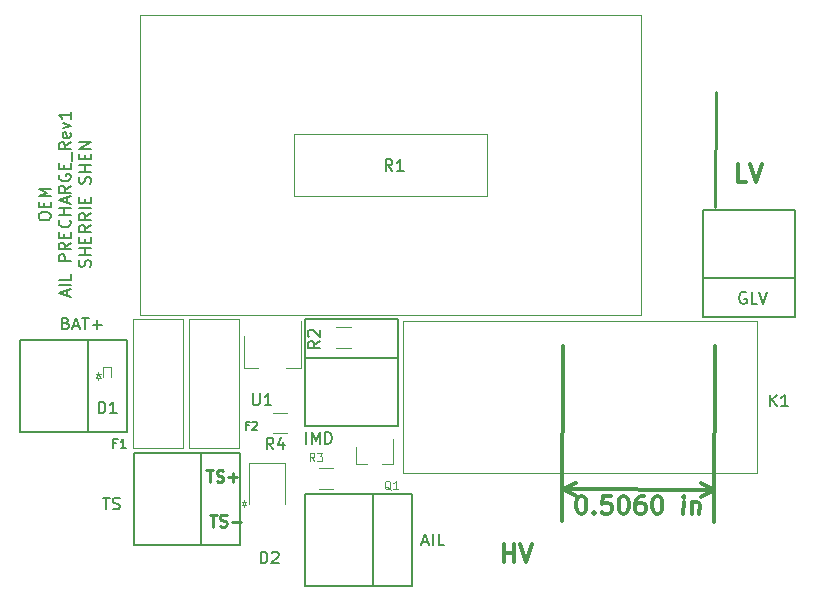
<source format=gbr>
G04 #@! TF.FileFunction,Legend,Top*
%FSLAX46Y46*%
G04 Gerber Fmt 4.6, Leading zero omitted, Abs format (unit mm)*
G04 Created by KiCad (PCBNEW 4.0.7-e2-6376~58~ubuntu16.04.1) date Thu Nov 16 22:22:22 2017*
%MOMM*%
%LPD*%
G01*
G04 APERTURE LIST*
%ADD10C,0.100000*%
%ADD11C,0.250000*%
%ADD12C,0.292100*%
%ADD13C,0.300000*%
%ADD14C,0.200000*%
%ADD15C,0.150000*%
%ADD16C,0.120000*%
%ADD17C,0.060000*%
G04 APERTURE END LIST*
D10*
D11*
X129581448Y-110120181D02*
X130152877Y-110120181D01*
X129867162Y-111120181D02*
X129867162Y-110120181D01*
X130438591Y-111072562D02*
X130581448Y-111120181D01*
X130819544Y-111120181D01*
X130914782Y-111072562D01*
X130962401Y-111024943D01*
X131010020Y-110929705D01*
X131010020Y-110834467D01*
X130962401Y-110739229D01*
X130914782Y-110691610D01*
X130819544Y-110643990D01*
X130629067Y-110596371D01*
X130533829Y-110548752D01*
X130486210Y-110501133D01*
X130438591Y-110405895D01*
X130438591Y-110310657D01*
X130486210Y-110215419D01*
X130533829Y-110167800D01*
X130629067Y-110120181D01*
X130867163Y-110120181D01*
X131010020Y-110167800D01*
X131438591Y-110739229D02*
X132200496Y-110739229D01*
X129302048Y-106335581D02*
X129873477Y-106335581D01*
X129587762Y-107335581D02*
X129587762Y-106335581D01*
X130159191Y-107287962D02*
X130302048Y-107335581D01*
X130540144Y-107335581D01*
X130635382Y-107287962D01*
X130683001Y-107240343D01*
X130730620Y-107145105D01*
X130730620Y-107049867D01*
X130683001Y-106954629D01*
X130635382Y-106907010D01*
X130540144Y-106859390D01*
X130349667Y-106811771D01*
X130254429Y-106764152D01*
X130206810Y-106716533D01*
X130159191Y-106621295D01*
X130159191Y-106526057D01*
X130206810Y-106430819D01*
X130254429Y-106383200D01*
X130349667Y-106335581D01*
X130587763Y-106335581D01*
X130730620Y-106383200D01*
X131159191Y-106954629D02*
X131921096Y-106954629D01*
X131540144Y-107335581D02*
X131540144Y-106573676D01*
D12*
X172400000Y-74300000D02*
X172350000Y-84050000D01*
D13*
X175021429Y-81958571D02*
X174307143Y-81958571D01*
X174307143Y-80458571D01*
X175307143Y-80458571D02*
X175807143Y-81958571D01*
X176307143Y-80458571D01*
X154503572Y-114140371D02*
X154503572Y-112640371D01*
X154503572Y-113354657D02*
X155360715Y-113354657D01*
X155360715Y-114140371D02*
X155360715Y-112640371D01*
X155860715Y-112640371D02*
X156360715Y-114140371D01*
X156860715Y-112640371D01*
X160977605Y-108520976D02*
X161120461Y-108521541D01*
X161263034Y-108593534D01*
X161334181Y-108665245D01*
X161405044Y-108808383D01*
X161475342Y-109094377D01*
X161473931Y-109451517D01*
X161401374Y-109736947D01*
X161329381Y-109879520D01*
X161257670Y-109950666D01*
X161114532Y-110021529D01*
X160971676Y-110020964D01*
X160829103Y-109948972D01*
X160757956Y-109877262D01*
X160687094Y-109734123D01*
X160616795Y-109448129D01*
X160618206Y-109090989D01*
X160690764Y-108805560D01*
X160762756Y-108662986D01*
X160834467Y-108591840D01*
X160977605Y-108520976D01*
X162115089Y-109882626D02*
X162186234Y-109954337D01*
X162114524Y-110025482D01*
X162043378Y-109953772D01*
X162115089Y-109882626D01*
X162114524Y-110025482D01*
X163549014Y-108531140D02*
X162834733Y-108528317D01*
X162760482Y-109242315D01*
X162832193Y-109171170D01*
X162975331Y-109100306D01*
X163332471Y-109101717D01*
X163475045Y-109173711D01*
X163546191Y-109245420D01*
X163617053Y-109388559D01*
X163615642Y-109745699D01*
X163543650Y-109888272D01*
X163471939Y-109959418D01*
X163328801Y-110030281D01*
X162971661Y-110028870D01*
X162829087Y-109956877D01*
X162757941Y-109885167D01*
X164549005Y-108535092D02*
X164691861Y-108535657D01*
X164834434Y-108607650D01*
X164905581Y-108679361D01*
X164976444Y-108822499D01*
X165046743Y-109108493D01*
X165045331Y-109465633D01*
X164972774Y-109751063D01*
X164900781Y-109893636D01*
X164829070Y-109964783D01*
X164685932Y-110035645D01*
X164543076Y-110035081D01*
X164400503Y-109963089D01*
X164329357Y-109891378D01*
X164258494Y-109748240D01*
X164188195Y-109462246D01*
X164189606Y-109105105D01*
X164262164Y-108819676D01*
X164334156Y-108677102D01*
X164405867Y-108605956D01*
X164549005Y-108535092D01*
X166334705Y-108542151D02*
X166048993Y-108541021D01*
X165905855Y-108611885D01*
X165834144Y-108683031D01*
X165690442Y-108896750D01*
X165617884Y-109182180D01*
X165615625Y-109753604D01*
X165686489Y-109896742D01*
X165757634Y-109968453D01*
X165900209Y-110040445D01*
X166185920Y-110041574D01*
X166329059Y-109970711D01*
X166400769Y-109899565D01*
X166472761Y-109756992D01*
X166474173Y-109399851D01*
X166403310Y-109256713D01*
X166332164Y-109185004D01*
X166189591Y-109113010D01*
X165903879Y-109111881D01*
X165760740Y-109182745D01*
X165689030Y-109253890D01*
X165617037Y-109396464D01*
X167406125Y-108546385D02*
X167548981Y-108546950D01*
X167691554Y-108618943D01*
X167762700Y-108690654D01*
X167833564Y-108833792D01*
X167903862Y-109119786D01*
X167902451Y-109476926D01*
X167829894Y-109762356D01*
X167757901Y-109904929D01*
X167686190Y-109976076D01*
X167543052Y-110046938D01*
X167400196Y-110046374D01*
X167257622Y-109974382D01*
X167186476Y-109902671D01*
X167115613Y-109759533D01*
X167045314Y-109473539D01*
X167046726Y-109116398D01*
X167119284Y-108830969D01*
X167191276Y-108688395D01*
X167262987Y-108617249D01*
X167406125Y-108546385D01*
X169685892Y-110055408D02*
X169689845Y-109055416D01*
X169691821Y-108555420D02*
X169620110Y-108626566D01*
X169691256Y-108698277D01*
X169762966Y-108627131D01*
X169691821Y-108555420D01*
X169691256Y-108698277D01*
X170404125Y-109058239D02*
X170400172Y-110058231D01*
X170403560Y-109201096D02*
X170475270Y-109129950D01*
X170618409Y-109059086D01*
X170832693Y-109059933D01*
X170975266Y-109131926D01*
X171046130Y-109275064D01*
X171043024Y-110060772D01*
X159446312Y-107986349D02*
X172298712Y-108037149D01*
X159494467Y-95803120D02*
X159435640Y-110686328D01*
X172346867Y-95853920D02*
X172288040Y-110737128D01*
X172298712Y-108037149D02*
X171169899Y-108619113D01*
X172298712Y-108037149D02*
X171174535Y-107446280D01*
X159446312Y-107986349D02*
X160570489Y-108577218D01*
X159446312Y-107986349D02*
X160575125Y-107404385D01*
D14*
X117387858Y-93908571D02*
X117530715Y-93956190D01*
X117578334Y-94003810D01*
X117625953Y-94099048D01*
X117625953Y-94241905D01*
X117578334Y-94337143D01*
X117530715Y-94384762D01*
X117435477Y-94432381D01*
X117054524Y-94432381D01*
X117054524Y-93432381D01*
X117387858Y-93432381D01*
X117483096Y-93480000D01*
X117530715Y-93527619D01*
X117578334Y-93622857D01*
X117578334Y-93718095D01*
X117530715Y-93813333D01*
X117483096Y-93860952D01*
X117387858Y-93908571D01*
X117054524Y-93908571D01*
X118006905Y-94146667D02*
X118483096Y-94146667D01*
X117911667Y-94432381D02*
X118245000Y-93432381D01*
X118578334Y-94432381D01*
X118768810Y-93432381D02*
X119340239Y-93432381D01*
X119054524Y-94432381D02*
X119054524Y-93432381D01*
X119673572Y-94051429D02*
X120435477Y-94051429D01*
X120054525Y-94432381D02*
X120054525Y-93670476D01*
X120523095Y-108672381D02*
X121094524Y-108672381D01*
X120808809Y-109672381D02*
X120808809Y-108672381D01*
X121380238Y-109624762D02*
X121523095Y-109672381D01*
X121761191Y-109672381D01*
X121856429Y-109624762D01*
X121904048Y-109577143D01*
X121951667Y-109481905D01*
X121951667Y-109386667D01*
X121904048Y-109291429D01*
X121856429Y-109243810D01*
X121761191Y-109196190D01*
X121570714Y-109148571D01*
X121475476Y-109100952D01*
X121427857Y-109053333D01*
X121380238Y-108958095D01*
X121380238Y-108862857D01*
X121427857Y-108767619D01*
X121475476Y-108720000D01*
X121570714Y-108672381D01*
X121808810Y-108672381D01*
X121951667Y-108720000D01*
X147582048Y-112434667D02*
X148058239Y-112434667D01*
X147486810Y-112720381D02*
X147820143Y-111720381D01*
X148153477Y-112720381D01*
X148486810Y-112720381D02*
X148486810Y-111720381D01*
X149439191Y-112720381D02*
X148963000Y-112720381D01*
X148963000Y-111720381D01*
X137739572Y-104135181D02*
X137739572Y-103135181D01*
X138215762Y-104135181D02*
X138215762Y-103135181D01*
X138549096Y-103849467D01*
X138882429Y-103135181D01*
X138882429Y-104135181D01*
X139358619Y-104135181D02*
X139358619Y-103135181D01*
X139596714Y-103135181D01*
X139739572Y-103182800D01*
X139834810Y-103278038D01*
X139882429Y-103373276D01*
X139930048Y-103563752D01*
X139930048Y-103706610D01*
X139882429Y-103897086D01*
X139834810Y-103992324D01*
X139739572Y-104087562D01*
X139596714Y-104135181D01*
X139358619Y-104135181D01*
X174978572Y-91300000D02*
X174883334Y-91252381D01*
X174740477Y-91252381D01*
X174597619Y-91300000D01*
X174502381Y-91395238D01*
X174454762Y-91490476D01*
X174407143Y-91680952D01*
X174407143Y-91823810D01*
X174454762Y-92014286D01*
X174502381Y-92109524D01*
X174597619Y-92204762D01*
X174740477Y-92252381D01*
X174835715Y-92252381D01*
X174978572Y-92204762D01*
X175026191Y-92157143D01*
X175026191Y-91823810D01*
X174835715Y-91823810D01*
X175930953Y-92252381D02*
X175454762Y-92252381D01*
X175454762Y-91252381D01*
X176121429Y-91252381D02*
X176454762Y-92252381D01*
X176788096Y-91252381D01*
X115100381Y-84939048D02*
X115100381Y-84748571D01*
X115148000Y-84653333D01*
X115243238Y-84558095D01*
X115433714Y-84510476D01*
X115767048Y-84510476D01*
X115957524Y-84558095D01*
X116052762Y-84653333D01*
X116100381Y-84748571D01*
X116100381Y-84939048D01*
X116052762Y-85034286D01*
X115957524Y-85129524D01*
X115767048Y-85177143D01*
X115433714Y-85177143D01*
X115243238Y-85129524D01*
X115148000Y-85034286D01*
X115100381Y-84939048D01*
X115576571Y-84081905D02*
X115576571Y-83748571D01*
X116100381Y-83605714D02*
X116100381Y-84081905D01*
X115100381Y-84081905D01*
X115100381Y-83605714D01*
X116100381Y-83177143D02*
X115100381Y-83177143D01*
X115814667Y-82843809D01*
X115100381Y-82510476D01*
X116100381Y-82510476D01*
X117514667Y-91605715D02*
X117514667Y-91129524D01*
X117800381Y-91700953D02*
X116800381Y-91367620D01*
X117800381Y-91034286D01*
X117800381Y-90700953D02*
X116800381Y-90700953D01*
X117800381Y-89748572D02*
X117800381Y-90224763D01*
X116800381Y-90224763D01*
X117800381Y-88653334D02*
X116800381Y-88653334D01*
X116800381Y-88272381D01*
X116848000Y-88177143D01*
X116895619Y-88129524D01*
X116990857Y-88081905D01*
X117133714Y-88081905D01*
X117228952Y-88129524D01*
X117276571Y-88177143D01*
X117324190Y-88272381D01*
X117324190Y-88653334D01*
X117800381Y-87081905D02*
X117324190Y-87415239D01*
X117800381Y-87653334D02*
X116800381Y-87653334D01*
X116800381Y-87272381D01*
X116848000Y-87177143D01*
X116895619Y-87129524D01*
X116990857Y-87081905D01*
X117133714Y-87081905D01*
X117228952Y-87129524D01*
X117276571Y-87177143D01*
X117324190Y-87272381D01*
X117324190Y-87653334D01*
X117276571Y-86653334D02*
X117276571Y-86320000D01*
X117800381Y-86177143D02*
X117800381Y-86653334D01*
X116800381Y-86653334D01*
X116800381Y-86177143D01*
X117705143Y-85177143D02*
X117752762Y-85224762D01*
X117800381Y-85367619D01*
X117800381Y-85462857D01*
X117752762Y-85605715D01*
X117657524Y-85700953D01*
X117562286Y-85748572D01*
X117371810Y-85796191D01*
X117228952Y-85796191D01*
X117038476Y-85748572D01*
X116943238Y-85700953D01*
X116848000Y-85605715D01*
X116800381Y-85462857D01*
X116800381Y-85367619D01*
X116848000Y-85224762D01*
X116895619Y-85177143D01*
X117800381Y-84748572D02*
X116800381Y-84748572D01*
X117276571Y-84748572D02*
X117276571Y-84177143D01*
X117800381Y-84177143D02*
X116800381Y-84177143D01*
X117514667Y-83748572D02*
X117514667Y-83272381D01*
X117800381Y-83843810D02*
X116800381Y-83510477D01*
X117800381Y-83177143D01*
X117800381Y-82272381D02*
X117324190Y-82605715D01*
X117800381Y-82843810D02*
X116800381Y-82843810D01*
X116800381Y-82462857D01*
X116848000Y-82367619D01*
X116895619Y-82320000D01*
X116990857Y-82272381D01*
X117133714Y-82272381D01*
X117228952Y-82320000D01*
X117276571Y-82367619D01*
X117324190Y-82462857D01*
X117324190Y-82843810D01*
X116848000Y-81320000D02*
X116800381Y-81415238D01*
X116800381Y-81558095D01*
X116848000Y-81700953D01*
X116943238Y-81796191D01*
X117038476Y-81843810D01*
X117228952Y-81891429D01*
X117371810Y-81891429D01*
X117562286Y-81843810D01*
X117657524Y-81796191D01*
X117752762Y-81700953D01*
X117800381Y-81558095D01*
X117800381Y-81462857D01*
X117752762Y-81320000D01*
X117705143Y-81272381D01*
X117371810Y-81272381D01*
X117371810Y-81462857D01*
X117276571Y-80843810D02*
X117276571Y-80510476D01*
X117800381Y-80367619D02*
X117800381Y-80843810D01*
X116800381Y-80843810D01*
X116800381Y-80367619D01*
X117895619Y-80177143D02*
X117895619Y-79415238D01*
X117800381Y-78605714D02*
X117324190Y-78939048D01*
X117800381Y-79177143D02*
X116800381Y-79177143D01*
X116800381Y-78796190D01*
X116848000Y-78700952D01*
X116895619Y-78653333D01*
X116990857Y-78605714D01*
X117133714Y-78605714D01*
X117228952Y-78653333D01*
X117276571Y-78700952D01*
X117324190Y-78796190D01*
X117324190Y-79177143D01*
X117752762Y-77796190D02*
X117800381Y-77891428D01*
X117800381Y-78081905D01*
X117752762Y-78177143D01*
X117657524Y-78224762D01*
X117276571Y-78224762D01*
X117181333Y-78177143D01*
X117133714Y-78081905D01*
X117133714Y-77891428D01*
X117181333Y-77796190D01*
X117276571Y-77748571D01*
X117371810Y-77748571D01*
X117467048Y-78224762D01*
X117133714Y-77415238D02*
X117800381Y-77177143D01*
X117133714Y-76939047D01*
X117800381Y-76034285D02*
X117800381Y-76605714D01*
X117800381Y-76320000D02*
X116800381Y-76320000D01*
X116943238Y-76415238D01*
X117038476Y-76510476D01*
X117086095Y-76605714D01*
X119452762Y-89129524D02*
X119500381Y-88986667D01*
X119500381Y-88748571D01*
X119452762Y-88653333D01*
X119405143Y-88605714D01*
X119309905Y-88558095D01*
X119214667Y-88558095D01*
X119119429Y-88605714D01*
X119071810Y-88653333D01*
X119024190Y-88748571D01*
X118976571Y-88939048D01*
X118928952Y-89034286D01*
X118881333Y-89081905D01*
X118786095Y-89129524D01*
X118690857Y-89129524D01*
X118595619Y-89081905D01*
X118548000Y-89034286D01*
X118500381Y-88939048D01*
X118500381Y-88700952D01*
X118548000Y-88558095D01*
X119500381Y-88129524D02*
X118500381Y-88129524D01*
X118976571Y-88129524D02*
X118976571Y-87558095D01*
X119500381Y-87558095D02*
X118500381Y-87558095D01*
X118976571Y-87081905D02*
X118976571Y-86748571D01*
X119500381Y-86605714D02*
X119500381Y-87081905D01*
X118500381Y-87081905D01*
X118500381Y-86605714D01*
X119500381Y-85605714D02*
X119024190Y-85939048D01*
X119500381Y-86177143D02*
X118500381Y-86177143D01*
X118500381Y-85796190D01*
X118548000Y-85700952D01*
X118595619Y-85653333D01*
X118690857Y-85605714D01*
X118833714Y-85605714D01*
X118928952Y-85653333D01*
X118976571Y-85700952D01*
X119024190Y-85796190D01*
X119024190Y-86177143D01*
X119500381Y-84605714D02*
X119024190Y-84939048D01*
X119500381Y-85177143D02*
X118500381Y-85177143D01*
X118500381Y-84796190D01*
X118548000Y-84700952D01*
X118595619Y-84653333D01*
X118690857Y-84605714D01*
X118833714Y-84605714D01*
X118928952Y-84653333D01*
X118976571Y-84700952D01*
X119024190Y-84796190D01*
X119024190Y-85177143D01*
X119500381Y-84177143D02*
X118500381Y-84177143D01*
X118976571Y-83700953D02*
X118976571Y-83367619D01*
X119500381Y-83224762D02*
X119500381Y-83700953D01*
X118500381Y-83700953D01*
X118500381Y-83224762D01*
X119452762Y-82081905D02*
X119500381Y-81939048D01*
X119500381Y-81700952D01*
X119452762Y-81605714D01*
X119405143Y-81558095D01*
X119309905Y-81510476D01*
X119214667Y-81510476D01*
X119119429Y-81558095D01*
X119071810Y-81605714D01*
X119024190Y-81700952D01*
X118976571Y-81891429D01*
X118928952Y-81986667D01*
X118881333Y-82034286D01*
X118786095Y-82081905D01*
X118690857Y-82081905D01*
X118595619Y-82034286D01*
X118548000Y-81986667D01*
X118500381Y-81891429D01*
X118500381Y-81653333D01*
X118548000Y-81510476D01*
X119500381Y-81081905D02*
X118500381Y-81081905D01*
X118976571Y-81081905D02*
X118976571Y-80510476D01*
X119500381Y-80510476D02*
X118500381Y-80510476D01*
X118976571Y-80034286D02*
X118976571Y-79700952D01*
X119500381Y-79558095D02*
X119500381Y-80034286D01*
X118500381Y-80034286D01*
X118500381Y-79558095D01*
X119500381Y-79129524D02*
X118500381Y-79129524D01*
X119500381Y-78558095D01*
X118500381Y-78558095D01*
D15*
X143390000Y-116140000D02*
X146700000Y-116140000D01*
X146700000Y-116140000D02*
X146700000Y-108340000D01*
X146700000Y-108340000D02*
X143390000Y-108340000D01*
X143390000Y-108340000D02*
X137668000Y-108340000D01*
X143390000Y-116140000D02*
X137668000Y-116140000D01*
X143390000Y-108340000D02*
X143390000Y-116140000D01*
X137668000Y-108340000D02*
X137668000Y-116140000D01*
D16*
X127342000Y-93550000D02*
X127342000Y-104450000D01*
X127342000Y-93550000D02*
X123102000Y-93550000D01*
X123102000Y-104450000D02*
X127342000Y-104450000D01*
X123102000Y-104450000D02*
X123102000Y-93550000D01*
X141930000Y-105850000D02*
X142860000Y-105850000D01*
X145090000Y-105850000D02*
X144160000Y-105850000D01*
X145090000Y-105850000D02*
X145090000Y-103690000D01*
X141930000Y-105850000D02*
X141930000Y-104390000D01*
X133674000Y-97728500D02*
X132474000Y-97728500D01*
X132474000Y-97728500D02*
X132474000Y-95028500D01*
X137274000Y-93728500D02*
X137274000Y-97728500D01*
X137274000Y-97728500D02*
X136074000Y-97728500D01*
D15*
X128848500Y-112711000D02*
X132158500Y-112711000D01*
X132158500Y-112711000D02*
X132158500Y-104911000D01*
X132158500Y-104911000D02*
X128848500Y-104911000D01*
X128848500Y-104911000D02*
X123126500Y-104911000D01*
X128848500Y-112711000D02*
X123126500Y-112711000D01*
X128848500Y-104911000D02*
X128848500Y-112711000D01*
X123126500Y-104911000D02*
X123126500Y-112711000D01*
D16*
X175916000Y-106593000D02*
X145916000Y-106593000D01*
X145916000Y-106593000D02*
X145916000Y-93693000D01*
X175916000Y-93693000D02*
X145916000Y-93693000D01*
X175916000Y-106593000D02*
X175916000Y-93693000D01*
D17*
X121259000Y-97645000D02*
X120549000Y-97645000D01*
X120142000Y-98525000D02*
X120142000Y-98675000D01*
X120342000Y-98525000D02*
X120142000Y-98225000D01*
X119942000Y-98525000D02*
X120342000Y-98525000D01*
X120142000Y-98225000D02*
X119942000Y-98525000D01*
X120142000Y-98225000D02*
X120142000Y-98075000D01*
X119942000Y-98225000D02*
X120342000Y-98225000D01*
X120549000Y-97645000D02*
X120549000Y-98425000D01*
X121259000Y-97645000D02*
X121259000Y-98425000D01*
D16*
X135929500Y-105707500D02*
X132929500Y-105707500D01*
D10*
X132479500Y-109337500D02*
X132479500Y-109487500D01*
X132679500Y-109337500D02*
X132479500Y-109037500D01*
X132279500Y-109337500D02*
X132679500Y-109337500D01*
X132479500Y-109037500D02*
X132279500Y-109337500D01*
X132479500Y-109037500D02*
X132479500Y-108887500D01*
X132279500Y-109037500D02*
X132679500Y-109037500D01*
D16*
X132929500Y-105707500D02*
X132929500Y-109207500D01*
X135929500Y-105707500D02*
X135929500Y-109207500D01*
X132041000Y-93550000D02*
X132041000Y-104450000D01*
X132041000Y-93550000D02*
X127801000Y-93550000D01*
X127801000Y-104450000D02*
X132041000Y-104450000D01*
X127801000Y-104450000D02*
X127801000Y-93550000D01*
D15*
X119260000Y-103115000D02*
X122570000Y-103115000D01*
X122570000Y-103115000D02*
X122570000Y-95315000D01*
X122570000Y-95315000D02*
X119260000Y-95315000D01*
X119260000Y-95315000D02*
X113538000Y-95315000D01*
X119260000Y-103115000D02*
X113538000Y-103115000D01*
X119260000Y-95315000D02*
X119260000Y-103115000D01*
X113538000Y-95315000D02*
X113538000Y-103115000D01*
X171332000Y-90050000D02*
X171332000Y-93360000D01*
X171332000Y-93360000D02*
X179132000Y-93360000D01*
X179132000Y-93360000D02*
X179132000Y-90050000D01*
X179132000Y-90050000D02*
X179132000Y-84328000D01*
X171332000Y-90050000D02*
X171332000Y-84328000D01*
X179132000Y-90050000D02*
X171332000Y-90050000D01*
X179132000Y-84328000D02*
X171332000Y-84328000D01*
X145477000Y-96894000D02*
X145477000Y-93584000D01*
X145477000Y-93584000D02*
X137677000Y-93584000D01*
X137677000Y-93584000D02*
X137677000Y-96894000D01*
X137677000Y-96894000D02*
X137677000Y-102616000D01*
X145477000Y-96894000D02*
X145477000Y-102616000D01*
X137677000Y-96894000D02*
X145477000Y-96894000D01*
X137677000Y-102616000D02*
X145477000Y-102616000D01*
D16*
X141504000Y-96003000D02*
X140304000Y-96003000D01*
X140304000Y-94243000D02*
X141504000Y-94243000D01*
X140035800Y-107941000D02*
X138835800Y-107941000D01*
X138835800Y-106181000D02*
X140035800Y-106181000D01*
X134911500Y-101482000D02*
X136111500Y-101482000D01*
X136111500Y-103242000D02*
X134911500Y-103242000D01*
X136746000Y-77918000D02*
X153046000Y-77918000D01*
X123696000Y-67818000D02*
X166096000Y-67818000D01*
X136746000Y-77918000D02*
X136746000Y-83118000D01*
X153046000Y-77918000D02*
X153046000Y-83118000D01*
X136746000Y-83118000D02*
X153046000Y-83118000D01*
X123696000Y-93218000D02*
X166096000Y-93218000D01*
X166096000Y-93218000D02*
X166096000Y-67818000D01*
X123696000Y-93218000D02*
X123696000Y-67818000D01*
D15*
X121653334Y-104082857D02*
X121386667Y-104082857D01*
X121386667Y-104501905D02*
X121386667Y-103701905D01*
X121767620Y-103701905D01*
X122491429Y-104501905D02*
X122034286Y-104501905D01*
X122262857Y-104501905D02*
X122262857Y-103701905D01*
X122186667Y-103816190D01*
X122110476Y-103892381D01*
X122034286Y-103930476D01*
D10*
X144891133Y-108003133D02*
X144824467Y-107969800D01*
X144757800Y-107903133D01*
X144657800Y-107803133D01*
X144591133Y-107769800D01*
X144524467Y-107769800D01*
X144557800Y-107936467D02*
X144491133Y-107903133D01*
X144424467Y-107836467D01*
X144391133Y-107703133D01*
X144391133Y-107469800D01*
X144424467Y-107336467D01*
X144491133Y-107269800D01*
X144557800Y-107236467D01*
X144691133Y-107236467D01*
X144757800Y-107269800D01*
X144824467Y-107336467D01*
X144857800Y-107469800D01*
X144857800Y-107703133D01*
X144824467Y-107836467D01*
X144757800Y-107903133D01*
X144691133Y-107936467D01*
X144557800Y-107936467D01*
X145524466Y-107936467D02*
X145124466Y-107936467D01*
X145324466Y-107936467D02*
X145324466Y-107236467D01*
X145257800Y-107336467D01*
X145191133Y-107403133D01*
X145124466Y-107436467D01*
D15*
X133223095Y-99845881D02*
X133223095Y-100655405D01*
X133270714Y-100750643D01*
X133318333Y-100798262D01*
X133413571Y-100845881D01*
X133604048Y-100845881D01*
X133699286Y-100798262D01*
X133746905Y-100750643D01*
X133794524Y-100655405D01*
X133794524Y-99845881D01*
X134794524Y-100845881D02*
X134223095Y-100845881D01*
X134508809Y-100845881D02*
X134508809Y-99845881D01*
X134413571Y-99988738D01*
X134318333Y-100083976D01*
X134223095Y-100131595D01*
X177011905Y-100952381D02*
X177011905Y-99952381D01*
X177583334Y-100952381D02*
X177154762Y-100380952D01*
X177583334Y-99952381D02*
X177011905Y-100523810D01*
X178535715Y-100952381D02*
X177964286Y-100952381D01*
X178250000Y-100952381D02*
X178250000Y-99952381D01*
X178154762Y-100095238D01*
X178059524Y-100190476D01*
X177964286Y-100238095D01*
X120165905Y-101544381D02*
X120165905Y-100544381D01*
X120404000Y-100544381D01*
X120546858Y-100592000D01*
X120642096Y-100687238D01*
X120689715Y-100782476D01*
X120737334Y-100972952D01*
X120737334Y-101115810D01*
X120689715Y-101306286D01*
X120642096Y-101401524D01*
X120546858Y-101496762D01*
X120404000Y-101544381D01*
X120165905Y-101544381D01*
X121689715Y-101544381D02*
X121118286Y-101544381D01*
X121404000Y-101544381D02*
X121404000Y-100544381D01*
X121308762Y-100687238D01*
X121213524Y-100782476D01*
X121118286Y-100830095D01*
X133881905Y-114244381D02*
X133881905Y-113244381D01*
X134120000Y-113244381D01*
X134262858Y-113292000D01*
X134358096Y-113387238D01*
X134405715Y-113482476D01*
X134453334Y-113672952D01*
X134453334Y-113815810D01*
X134405715Y-114006286D01*
X134358096Y-114101524D01*
X134262858Y-114196762D01*
X134120000Y-114244381D01*
X133881905Y-114244381D01*
X134834286Y-113339619D02*
X134881905Y-113292000D01*
X134977143Y-113244381D01*
X135215239Y-113244381D01*
X135310477Y-113292000D01*
X135358096Y-113339619D01*
X135405715Y-113434857D01*
X135405715Y-113530095D01*
X135358096Y-113672952D01*
X134786667Y-114244381D01*
X135405715Y-114244381D01*
X132862667Y-102566000D02*
X132629334Y-102566000D01*
X132629334Y-102932667D02*
X132629334Y-102232667D01*
X132962667Y-102232667D01*
X133196000Y-102299333D02*
X133229334Y-102266000D01*
X133296000Y-102232667D01*
X133462667Y-102232667D01*
X133529334Y-102266000D01*
X133562667Y-102299333D01*
X133596000Y-102366000D01*
X133596000Y-102432667D01*
X133562667Y-102532667D01*
X133162667Y-102932667D01*
X133596000Y-102932667D01*
X138882381Y-95416666D02*
X138406190Y-95750000D01*
X138882381Y-95988095D02*
X137882381Y-95988095D01*
X137882381Y-95607142D01*
X137930000Y-95511904D01*
X137977619Y-95464285D01*
X138072857Y-95416666D01*
X138215714Y-95416666D01*
X138310952Y-95464285D01*
X138358571Y-95511904D01*
X138406190Y-95607142D01*
X138406190Y-95988095D01*
X137977619Y-95035714D02*
X137930000Y-94988095D01*
X137882381Y-94892857D01*
X137882381Y-94654761D01*
X137930000Y-94559523D01*
X137977619Y-94511904D01*
X138072857Y-94464285D01*
X138168095Y-94464285D01*
X138310952Y-94511904D01*
X138882381Y-95083333D01*
X138882381Y-94464285D01*
D10*
X138440334Y-105599667D02*
X138207000Y-105266333D01*
X138040334Y-105599667D02*
X138040334Y-104899667D01*
X138307000Y-104899667D01*
X138373667Y-104933000D01*
X138407000Y-104966333D01*
X138440334Y-105033000D01*
X138440334Y-105133000D01*
X138407000Y-105199667D01*
X138373667Y-105233000D01*
X138307000Y-105266333D01*
X138040334Y-105266333D01*
X138673667Y-104899667D02*
X139107000Y-104899667D01*
X138873667Y-105166333D01*
X138973667Y-105166333D01*
X139040334Y-105199667D01*
X139073667Y-105233000D01*
X139107000Y-105299667D01*
X139107000Y-105466333D01*
X139073667Y-105533000D01*
X139040334Y-105566333D01*
X138973667Y-105599667D01*
X138773667Y-105599667D01*
X138707000Y-105566333D01*
X138673667Y-105533000D01*
D15*
X134961334Y-104592381D02*
X134628000Y-104116190D01*
X134389905Y-104592381D02*
X134389905Y-103592381D01*
X134770858Y-103592381D01*
X134866096Y-103640000D01*
X134913715Y-103687619D01*
X134961334Y-103782857D01*
X134961334Y-103925714D01*
X134913715Y-104020952D01*
X134866096Y-104068571D01*
X134770858Y-104116190D01*
X134389905Y-104116190D01*
X135818477Y-103925714D02*
X135818477Y-104592381D01*
X135580381Y-103544762D02*
X135342286Y-104259048D01*
X135961334Y-104259048D01*
X145035834Y-81021181D02*
X144702500Y-80544990D01*
X144464405Y-81021181D02*
X144464405Y-80021181D01*
X144845358Y-80021181D01*
X144940596Y-80068800D01*
X144988215Y-80116419D01*
X145035834Y-80211657D01*
X145035834Y-80354514D01*
X144988215Y-80449752D01*
X144940596Y-80497371D01*
X144845358Y-80544990D01*
X144464405Y-80544990D01*
X145988215Y-81021181D02*
X145416786Y-81021181D01*
X145702500Y-81021181D02*
X145702500Y-80021181D01*
X145607262Y-80164038D01*
X145512024Y-80259276D01*
X145416786Y-80306895D01*
M02*

</source>
